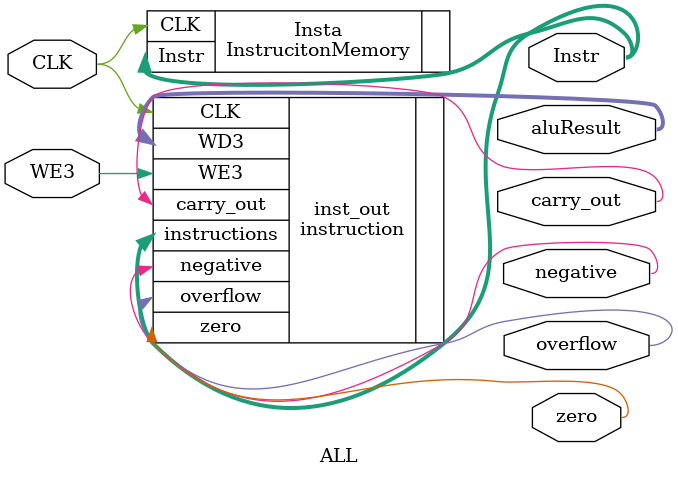
<source format=sv>
`timescale 1ns / 1ps


// Projeyi ilk teslim ederken zip dosyas?na s?k??t?rd???m ve ad?n? de?i?tirdi?im için kaynak kod dosyalar?n içerisisindeki kodlar kaybolmu?
// Bunu sabah 11 saatinde fark ettim ve projemi düzenleyip tekrar gönderdim. Dersimizin hocas?na sordu?umda sorun te?kil etmeyece?ini söyledi.

module ALL(

input logic CLK,
           input logic WE3,
           
           output logic [31:0] aluResult,
           output logic carry_out,
           output logic overflow,
           output logic zero,
           output logic negative,
           output    logic [13:0] Instr

           

    );
    InstrucitonMemory Insta(.CLK(CLK),.Instr(Instr));
    instruction inst_out(.CLK(CLK),.WE3(WE3),.instructions(Instr),.WD3(aluResult),.carry_out(carry_out),.overflow(overflow),.zero(zero),.negative(negative));
    
    
    
    
    
endmodule



</source>
